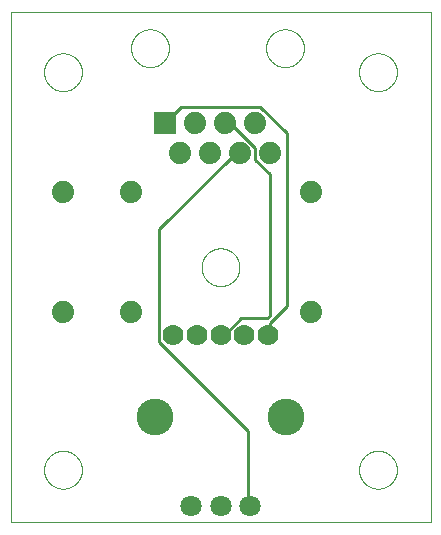
<source format=gbl>
G75*
%MOIN*%
%OFA0B0*%
%FSLAX25Y25*%
%IPPOS*%
%LPD*%
%AMOC8*
5,1,8,0,0,1.08239X$1,22.5*
%
%ADD10C,0.00000*%
%ADD11C,0.07400*%
%ADD12C,0.07087*%
%ADD13C,0.07000*%
%ADD14C,0.12268*%
%ADD15R,0.07400X0.07400*%
%ADD16C,0.01000*%
D10*
X0001000Y0001000D02*
X0001000Y0170961D01*
X0141000Y0171000D01*
X0141000Y0001000D01*
X0001000Y0001000D01*
X0012201Y0018500D02*
X0012203Y0018658D01*
X0012209Y0018816D01*
X0012219Y0018974D01*
X0012233Y0019132D01*
X0012251Y0019289D01*
X0012272Y0019446D01*
X0012298Y0019602D01*
X0012328Y0019758D01*
X0012361Y0019913D01*
X0012399Y0020066D01*
X0012440Y0020219D01*
X0012485Y0020371D01*
X0012534Y0020522D01*
X0012587Y0020671D01*
X0012643Y0020819D01*
X0012703Y0020965D01*
X0012767Y0021110D01*
X0012835Y0021253D01*
X0012906Y0021395D01*
X0012980Y0021535D01*
X0013058Y0021672D01*
X0013140Y0021808D01*
X0013224Y0021942D01*
X0013313Y0022073D01*
X0013404Y0022202D01*
X0013499Y0022329D01*
X0013596Y0022454D01*
X0013697Y0022576D01*
X0013801Y0022695D01*
X0013908Y0022812D01*
X0014018Y0022926D01*
X0014131Y0023037D01*
X0014246Y0023146D01*
X0014364Y0023251D01*
X0014485Y0023353D01*
X0014608Y0023453D01*
X0014734Y0023549D01*
X0014862Y0023642D01*
X0014992Y0023732D01*
X0015125Y0023818D01*
X0015260Y0023902D01*
X0015396Y0023981D01*
X0015535Y0024058D01*
X0015676Y0024130D01*
X0015818Y0024200D01*
X0015962Y0024265D01*
X0016108Y0024327D01*
X0016255Y0024385D01*
X0016404Y0024440D01*
X0016554Y0024491D01*
X0016705Y0024538D01*
X0016857Y0024581D01*
X0017010Y0024620D01*
X0017165Y0024656D01*
X0017320Y0024687D01*
X0017476Y0024715D01*
X0017632Y0024739D01*
X0017789Y0024759D01*
X0017947Y0024775D01*
X0018104Y0024787D01*
X0018263Y0024795D01*
X0018421Y0024799D01*
X0018579Y0024799D01*
X0018737Y0024795D01*
X0018896Y0024787D01*
X0019053Y0024775D01*
X0019211Y0024759D01*
X0019368Y0024739D01*
X0019524Y0024715D01*
X0019680Y0024687D01*
X0019835Y0024656D01*
X0019990Y0024620D01*
X0020143Y0024581D01*
X0020295Y0024538D01*
X0020446Y0024491D01*
X0020596Y0024440D01*
X0020745Y0024385D01*
X0020892Y0024327D01*
X0021038Y0024265D01*
X0021182Y0024200D01*
X0021324Y0024130D01*
X0021465Y0024058D01*
X0021604Y0023981D01*
X0021740Y0023902D01*
X0021875Y0023818D01*
X0022008Y0023732D01*
X0022138Y0023642D01*
X0022266Y0023549D01*
X0022392Y0023453D01*
X0022515Y0023353D01*
X0022636Y0023251D01*
X0022754Y0023146D01*
X0022869Y0023037D01*
X0022982Y0022926D01*
X0023092Y0022812D01*
X0023199Y0022695D01*
X0023303Y0022576D01*
X0023404Y0022454D01*
X0023501Y0022329D01*
X0023596Y0022202D01*
X0023687Y0022073D01*
X0023776Y0021942D01*
X0023860Y0021808D01*
X0023942Y0021672D01*
X0024020Y0021535D01*
X0024094Y0021395D01*
X0024165Y0021253D01*
X0024233Y0021110D01*
X0024297Y0020965D01*
X0024357Y0020819D01*
X0024413Y0020671D01*
X0024466Y0020522D01*
X0024515Y0020371D01*
X0024560Y0020219D01*
X0024601Y0020066D01*
X0024639Y0019913D01*
X0024672Y0019758D01*
X0024702Y0019602D01*
X0024728Y0019446D01*
X0024749Y0019289D01*
X0024767Y0019132D01*
X0024781Y0018974D01*
X0024791Y0018816D01*
X0024797Y0018658D01*
X0024799Y0018500D01*
X0024797Y0018342D01*
X0024791Y0018184D01*
X0024781Y0018026D01*
X0024767Y0017868D01*
X0024749Y0017711D01*
X0024728Y0017554D01*
X0024702Y0017398D01*
X0024672Y0017242D01*
X0024639Y0017087D01*
X0024601Y0016934D01*
X0024560Y0016781D01*
X0024515Y0016629D01*
X0024466Y0016478D01*
X0024413Y0016329D01*
X0024357Y0016181D01*
X0024297Y0016035D01*
X0024233Y0015890D01*
X0024165Y0015747D01*
X0024094Y0015605D01*
X0024020Y0015465D01*
X0023942Y0015328D01*
X0023860Y0015192D01*
X0023776Y0015058D01*
X0023687Y0014927D01*
X0023596Y0014798D01*
X0023501Y0014671D01*
X0023404Y0014546D01*
X0023303Y0014424D01*
X0023199Y0014305D01*
X0023092Y0014188D01*
X0022982Y0014074D01*
X0022869Y0013963D01*
X0022754Y0013854D01*
X0022636Y0013749D01*
X0022515Y0013647D01*
X0022392Y0013547D01*
X0022266Y0013451D01*
X0022138Y0013358D01*
X0022008Y0013268D01*
X0021875Y0013182D01*
X0021740Y0013098D01*
X0021604Y0013019D01*
X0021465Y0012942D01*
X0021324Y0012870D01*
X0021182Y0012800D01*
X0021038Y0012735D01*
X0020892Y0012673D01*
X0020745Y0012615D01*
X0020596Y0012560D01*
X0020446Y0012509D01*
X0020295Y0012462D01*
X0020143Y0012419D01*
X0019990Y0012380D01*
X0019835Y0012344D01*
X0019680Y0012313D01*
X0019524Y0012285D01*
X0019368Y0012261D01*
X0019211Y0012241D01*
X0019053Y0012225D01*
X0018896Y0012213D01*
X0018737Y0012205D01*
X0018579Y0012201D01*
X0018421Y0012201D01*
X0018263Y0012205D01*
X0018104Y0012213D01*
X0017947Y0012225D01*
X0017789Y0012241D01*
X0017632Y0012261D01*
X0017476Y0012285D01*
X0017320Y0012313D01*
X0017165Y0012344D01*
X0017010Y0012380D01*
X0016857Y0012419D01*
X0016705Y0012462D01*
X0016554Y0012509D01*
X0016404Y0012560D01*
X0016255Y0012615D01*
X0016108Y0012673D01*
X0015962Y0012735D01*
X0015818Y0012800D01*
X0015676Y0012870D01*
X0015535Y0012942D01*
X0015396Y0013019D01*
X0015260Y0013098D01*
X0015125Y0013182D01*
X0014992Y0013268D01*
X0014862Y0013358D01*
X0014734Y0013451D01*
X0014608Y0013547D01*
X0014485Y0013647D01*
X0014364Y0013749D01*
X0014246Y0013854D01*
X0014131Y0013963D01*
X0014018Y0014074D01*
X0013908Y0014188D01*
X0013801Y0014305D01*
X0013697Y0014424D01*
X0013596Y0014546D01*
X0013499Y0014671D01*
X0013404Y0014798D01*
X0013313Y0014927D01*
X0013224Y0015058D01*
X0013140Y0015192D01*
X0013058Y0015328D01*
X0012980Y0015465D01*
X0012906Y0015605D01*
X0012835Y0015747D01*
X0012767Y0015890D01*
X0012703Y0016035D01*
X0012643Y0016181D01*
X0012587Y0016329D01*
X0012534Y0016478D01*
X0012485Y0016629D01*
X0012440Y0016781D01*
X0012399Y0016934D01*
X0012361Y0017087D01*
X0012328Y0017242D01*
X0012298Y0017398D01*
X0012272Y0017554D01*
X0012251Y0017711D01*
X0012233Y0017868D01*
X0012219Y0018026D01*
X0012209Y0018184D01*
X0012203Y0018342D01*
X0012201Y0018500D01*
X0064701Y0086000D02*
X0064703Y0086158D01*
X0064709Y0086316D01*
X0064719Y0086474D01*
X0064733Y0086632D01*
X0064751Y0086789D01*
X0064772Y0086946D01*
X0064798Y0087102D01*
X0064828Y0087258D01*
X0064861Y0087413D01*
X0064899Y0087566D01*
X0064940Y0087719D01*
X0064985Y0087871D01*
X0065034Y0088022D01*
X0065087Y0088171D01*
X0065143Y0088319D01*
X0065203Y0088465D01*
X0065267Y0088610D01*
X0065335Y0088753D01*
X0065406Y0088895D01*
X0065480Y0089035D01*
X0065558Y0089172D01*
X0065640Y0089308D01*
X0065724Y0089442D01*
X0065813Y0089573D01*
X0065904Y0089702D01*
X0065999Y0089829D01*
X0066096Y0089954D01*
X0066197Y0090076D01*
X0066301Y0090195D01*
X0066408Y0090312D01*
X0066518Y0090426D01*
X0066631Y0090537D01*
X0066746Y0090646D01*
X0066864Y0090751D01*
X0066985Y0090853D01*
X0067108Y0090953D01*
X0067234Y0091049D01*
X0067362Y0091142D01*
X0067492Y0091232D01*
X0067625Y0091318D01*
X0067760Y0091402D01*
X0067896Y0091481D01*
X0068035Y0091558D01*
X0068176Y0091630D01*
X0068318Y0091700D01*
X0068462Y0091765D01*
X0068608Y0091827D01*
X0068755Y0091885D01*
X0068904Y0091940D01*
X0069054Y0091991D01*
X0069205Y0092038D01*
X0069357Y0092081D01*
X0069510Y0092120D01*
X0069665Y0092156D01*
X0069820Y0092187D01*
X0069976Y0092215D01*
X0070132Y0092239D01*
X0070289Y0092259D01*
X0070447Y0092275D01*
X0070604Y0092287D01*
X0070763Y0092295D01*
X0070921Y0092299D01*
X0071079Y0092299D01*
X0071237Y0092295D01*
X0071396Y0092287D01*
X0071553Y0092275D01*
X0071711Y0092259D01*
X0071868Y0092239D01*
X0072024Y0092215D01*
X0072180Y0092187D01*
X0072335Y0092156D01*
X0072490Y0092120D01*
X0072643Y0092081D01*
X0072795Y0092038D01*
X0072946Y0091991D01*
X0073096Y0091940D01*
X0073245Y0091885D01*
X0073392Y0091827D01*
X0073538Y0091765D01*
X0073682Y0091700D01*
X0073824Y0091630D01*
X0073965Y0091558D01*
X0074104Y0091481D01*
X0074240Y0091402D01*
X0074375Y0091318D01*
X0074508Y0091232D01*
X0074638Y0091142D01*
X0074766Y0091049D01*
X0074892Y0090953D01*
X0075015Y0090853D01*
X0075136Y0090751D01*
X0075254Y0090646D01*
X0075369Y0090537D01*
X0075482Y0090426D01*
X0075592Y0090312D01*
X0075699Y0090195D01*
X0075803Y0090076D01*
X0075904Y0089954D01*
X0076001Y0089829D01*
X0076096Y0089702D01*
X0076187Y0089573D01*
X0076276Y0089442D01*
X0076360Y0089308D01*
X0076442Y0089172D01*
X0076520Y0089035D01*
X0076594Y0088895D01*
X0076665Y0088753D01*
X0076733Y0088610D01*
X0076797Y0088465D01*
X0076857Y0088319D01*
X0076913Y0088171D01*
X0076966Y0088022D01*
X0077015Y0087871D01*
X0077060Y0087719D01*
X0077101Y0087566D01*
X0077139Y0087413D01*
X0077172Y0087258D01*
X0077202Y0087102D01*
X0077228Y0086946D01*
X0077249Y0086789D01*
X0077267Y0086632D01*
X0077281Y0086474D01*
X0077291Y0086316D01*
X0077297Y0086158D01*
X0077299Y0086000D01*
X0077297Y0085842D01*
X0077291Y0085684D01*
X0077281Y0085526D01*
X0077267Y0085368D01*
X0077249Y0085211D01*
X0077228Y0085054D01*
X0077202Y0084898D01*
X0077172Y0084742D01*
X0077139Y0084587D01*
X0077101Y0084434D01*
X0077060Y0084281D01*
X0077015Y0084129D01*
X0076966Y0083978D01*
X0076913Y0083829D01*
X0076857Y0083681D01*
X0076797Y0083535D01*
X0076733Y0083390D01*
X0076665Y0083247D01*
X0076594Y0083105D01*
X0076520Y0082965D01*
X0076442Y0082828D01*
X0076360Y0082692D01*
X0076276Y0082558D01*
X0076187Y0082427D01*
X0076096Y0082298D01*
X0076001Y0082171D01*
X0075904Y0082046D01*
X0075803Y0081924D01*
X0075699Y0081805D01*
X0075592Y0081688D01*
X0075482Y0081574D01*
X0075369Y0081463D01*
X0075254Y0081354D01*
X0075136Y0081249D01*
X0075015Y0081147D01*
X0074892Y0081047D01*
X0074766Y0080951D01*
X0074638Y0080858D01*
X0074508Y0080768D01*
X0074375Y0080682D01*
X0074240Y0080598D01*
X0074104Y0080519D01*
X0073965Y0080442D01*
X0073824Y0080370D01*
X0073682Y0080300D01*
X0073538Y0080235D01*
X0073392Y0080173D01*
X0073245Y0080115D01*
X0073096Y0080060D01*
X0072946Y0080009D01*
X0072795Y0079962D01*
X0072643Y0079919D01*
X0072490Y0079880D01*
X0072335Y0079844D01*
X0072180Y0079813D01*
X0072024Y0079785D01*
X0071868Y0079761D01*
X0071711Y0079741D01*
X0071553Y0079725D01*
X0071396Y0079713D01*
X0071237Y0079705D01*
X0071079Y0079701D01*
X0070921Y0079701D01*
X0070763Y0079705D01*
X0070604Y0079713D01*
X0070447Y0079725D01*
X0070289Y0079741D01*
X0070132Y0079761D01*
X0069976Y0079785D01*
X0069820Y0079813D01*
X0069665Y0079844D01*
X0069510Y0079880D01*
X0069357Y0079919D01*
X0069205Y0079962D01*
X0069054Y0080009D01*
X0068904Y0080060D01*
X0068755Y0080115D01*
X0068608Y0080173D01*
X0068462Y0080235D01*
X0068318Y0080300D01*
X0068176Y0080370D01*
X0068035Y0080442D01*
X0067896Y0080519D01*
X0067760Y0080598D01*
X0067625Y0080682D01*
X0067492Y0080768D01*
X0067362Y0080858D01*
X0067234Y0080951D01*
X0067108Y0081047D01*
X0066985Y0081147D01*
X0066864Y0081249D01*
X0066746Y0081354D01*
X0066631Y0081463D01*
X0066518Y0081574D01*
X0066408Y0081688D01*
X0066301Y0081805D01*
X0066197Y0081924D01*
X0066096Y0082046D01*
X0065999Y0082171D01*
X0065904Y0082298D01*
X0065813Y0082427D01*
X0065724Y0082558D01*
X0065640Y0082692D01*
X0065558Y0082828D01*
X0065480Y0082965D01*
X0065406Y0083105D01*
X0065335Y0083247D01*
X0065267Y0083390D01*
X0065203Y0083535D01*
X0065143Y0083681D01*
X0065087Y0083829D01*
X0065034Y0083978D01*
X0064985Y0084129D01*
X0064940Y0084281D01*
X0064899Y0084434D01*
X0064861Y0084587D01*
X0064828Y0084742D01*
X0064798Y0084898D01*
X0064772Y0085054D01*
X0064751Y0085211D01*
X0064733Y0085368D01*
X0064719Y0085526D01*
X0064709Y0085684D01*
X0064703Y0085842D01*
X0064701Y0086000D01*
X0012201Y0151000D02*
X0012203Y0151158D01*
X0012209Y0151316D01*
X0012219Y0151474D01*
X0012233Y0151632D01*
X0012251Y0151789D01*
X0012272Y0151946D01*
X0012298Y0152102D01*
X0012328Y0152258D01*
X0012361Y0152413D01*
X0012399Y0152566D01*
X0012440Y0152719D01*
X0012485Y0152871D01*
X0012534Y0153022D01*
X0012587Y0153171D01*
X0012643Y0153319D01*
X0012703Y0153465D01*
X0012767Y0153610D01*
X0012835Y0153753D01*
X0012906Y0153895D01*
X0012980Y0154035D01*
X0013058Y0154172D01*
X0013140Y0154308D01*
X0013224Y0154442D01*
X0013313Y0154573D01*
X0013404Y0154702D01*
X0013499Y0154829D01*
X0013596Y0154954D01*
X0013697Y0155076D01*
X0013801Y0155195D01*
X0013908Y0155312D01*
X0014018Y0155426D01*
X0014131Y0155537D01*
X0014246Y0155646D01*
X0014364Y0155751D01*
X0014485Y0155853D01*
X0014608Y0155953D01*
X0014734Y0156049D01*
X0014862Y0156142D01*
X0014992Y0156232D01*
X0015125Y0156318D01*
X0015260Y0156402D01*
X0015396Y0156481D01*
X0015535Y0156558D01*
X0015676Y0156630D01*
X0015818Y0156700D01*
X0015962Y0156765D01*
X0016108Y0156827D01*
X0016255Y0156885D01*
X0016404Y0156940D01*
X0016554Y0156991D01*
X0016705Y0157038D01*
X0016857Y0157081D01*
X0017010Y0157120D01*
X0017165Y0157156D01*
X0017320Y0157187D01*
X0017476Y0157215D01*
X0017632Y0157239D01*
X0017789Y0157259D01*
X0017947Y0157275D01*
X0018104Y0157287D01*
X0018263Y0157295D01*
X0018421Y0157299D01*
X0018579Y0157299D01*
X0018737Y0157295D01*
X0018896Y0157287D01*
X0019053Y0157275D01*
X0019211Y0157259D01*
X0019368Y0157239D01*
X0019524Y0157215D01*
X0019680Y0157187D01*
X0019835Y0157156D01*
X0019990Y0157120D01*
X0020143Y0157081D01*
X0020295Y0157038D01*
X0020446Y0156991D01*
X0020596Y0156940D01*
X0020745Y0156885D01*
X0020892Y0156827D01*
X0021038Y0156765D01*
X0021182Y0156700D01*
X0021324Y0156630D01*
X0021465Y0156558D01*
X0021604Y0156481D01*
X0021740Y0156402D01*
X0021875Y0156318D01*
X0022008Y0156232D01*
X0022138Y0156142D01*
X0022266Y0156049D01*
X0022392Y0155953D01*
X0022515Y0155853D01*
X0022636Y0155751D01*
X0022754Y0155646D01*
X0022869Y0155537D01*
X0022982Y0155426D01*
X0023092Y0155312D01*
X0023199Y0155195D01*
X0023303Y0155076D01*
X0023404Y0154954D01*
X0023501Y0154829D01*
X0023596Y0154702D01*
X0023687Y0154573D01*
X0023776Y0154442D01*
X0023860Y0154308D01*
X0023942Y0154172D01*
X0024020Y0154035D01*
X0024094Y0153895D01*
X0024165Y0153753D01*
X0024233Y0153610D01*
X0024297Y0153465D01*
X0024357Y0153319D01*
X0024413Y0153171D01*
X0024466Y0153022D01*
X0024515Y0152871D01*
X0024560Y0152719D01*
X0024601Y0152566D01*
X0024639Y0152413D01*
X0024672Y0152258D01*
X0024702Y0152102D01*
X0024728Y0151946D01*
X0024749Y0151789D01*
X0024767Y0151632D01*
X0024781Y0151474D01*
X0024791Y0151316D01*
X0024797Y0151158D01*
X0024799Y0151000D01*
X0024797Y0150842D01*
X0024791Y0150684D01*
X0024781Y0150526D01*
X0024767Y0150368D01*
X0024749Y0150211D01*
X0024728Y0150054D01*
X0024702Y0149898D01*
X0024672Y0149742D01*
X0024639Y0149587D01*
X0024601Y0149434D01*
X0024560Y0149281D01*
X0024515Y0149129D01*
X0024466Y0148978D01*
X0024413Y0148829D01*
X0024357Y0148681D01*
X0024297Y0148535D01*
X0024233Y0148390D01*
X0024165Y0148247D01*
X0024094Y0148105D01*
X0024020Y0147965D01*
X0023942Y0147828D01*
X0023860Y0147692D01*
X0023776Y0147558D01*
X0023687Y0147427D01*
X0023596Y0147298D01*
X0023501Y0147171D01*
X0023404Y0147046D01*
X0023303Y0146924D01*
X0023199Y0146805D01*
X0023092Y0146688D01*
X0022982Y0146574D01*
X0022869Y0146463D01*
X0022754Y0146354D01*
X0022636Y0146249D01*
X0022515Y0146147D01*
X0022392Y0146047D01*
X0022266Y0145951D01*
X0022138Y0145858D01*
X0022008Y0145768D01*
X0021875Y0145682D01*
X0021740Y0145598D01*
X0021604Y0145519D01*
X0021465Y0145442D01*
X0021324Y0145370D01*
X0021182Y0145300D01*
X0021038Y0145235D01*
X0020892Y0145173D01*
X0020745Y0145115D01*
X0020596Y0145060D01*
X0020446Y0145009D01*
X0020295Y0144962D01*
X0020143Y0144919D01*
X0019990Y0144880D01*
X0019835Y0144844D01*
X0019680Y0144813D01*
X0019524Y0144785D01*
X0019368Y0144761D01*
X0019211Y0144741D01*
X0019053Y0144725D01*
X0018896Y0144713D01*
X0018737Y0144705D01*
X0018579Y0144701D01*
X0018421Y0144701D01*
X0018263Y0144705D01*
X0018104Y0144713D01*
X0017947Y0144725D01*
X0017789Y0144741D01*
X0017632Y0144761D01*
X0017476Y0144785D01*
X0017320Y0144813D01*
X0017165Y0144844D01*
X0017010Y0144880D01*
X0016857Y0144919D01*
X0016705Y0144962D01*
X0016554Y0145009D01*
X0016404Y0145060D01*
X0016255Y0145115D01*
X0016108Y0145173D01*
X0015962Y0145235D01*
X0015818Y0145300D01*
X0015676Y0145370D01*
X0015535Y0145442D01*
X0015396Y0145519D01*
X0015260Y0145598D01*
X0015125Y0145682D01*
X0014992Y0145768D01*
X0014862Y0145858D01*
X0014734Y0145951D01*
X0014608Y0146047D01*
X0014485Y0146147D01*
X0014364Y0146249D01*
X0014246Y0146354D01*
X0014131Y0146463D01*
X0014018Y0146574D01*
X0013908Y0146688D01*
X0013801Y0146805D01*
X0013697Y0146924D01*
X0013596Y0147046D01*
X0013499Y0147171D01*
X0013404Y0147298D01*
X0013313Y0147427D01*
X0013224Y0147558D01*
X0013140Y0147692D01*
X0013058Y0147828D01*
X0012980Y0147965D01*
X0012906Y0148105D01*
X0012835Y0148247D01*
X0012767Y0148390D01*
X0012703Y0148535D01*
X0012643Y0148681D01*
X0012587Y0148829D01*
X0012534Y0148978D01*
X0012485Y0149129D01*
X0012440Y0149281D01*
X0012399Y0149434D01*
X0012361Y0149587D01*
X0012328Y0149742D01*
X0012298Y0149898D01*
X0012272Y0150054D01*
X0012251Y0150211D01*
X0012233Y0150368D01*
X0012219Y0150526D01*
X0012209Y0150684D01*
X0012203Y0150842D01*
X0012201Y0151000D01*
X0041201Y0159000D02*
X0041203Y0159158D01*
X0041209Y0159316D01*
X0041219Y0159474D01*
X0041233Y0159632D01*
X0041251Y0159789D01*
X0041272Y0159946D01*
X0041298Y0160102D01*
X0041328Y0160258D01*
X0041361Y0160413D01*
X0041399Y0160566D01*
X0041440Y0160719D01*
X0041485Y0160871D01*
X0041534Y0161022D01*
X0041587Y0161171D01*
X0041643Y0161319D01*
X0041703Y0161465D01*
X0041767Y0161610D01*
X0041835Y0161753D01*
X0041906Y0161895D01*
X0041980Y0162035D01*
X0042058Y0162172D01*
X0042140Y0162308D01*
X0042224Y0162442D01*
X0042313Y0162573D01*
X0042404Y0162702D01*
X0042499Y0162829D01*
X0042596Y0162954D01*
X0042697Y0163076D01*
X0042801Y0163195D01*
X0042908Y0163312D01*
X0043018Y0163426D01*
X0043131Y0163537D01*
X0043246Y0163646D01*
X0043364Y0163751D01*
X0043485Y0163853D01*
X0043608Y0163953D01*
X0043734Y0164049D01*
X0043862Y0164142D01*
X0043992Y0164232D01*
X0044125Y0164318D01*
X0044260Y0164402D01*
X0044396Y0164481D01*
X0044535Y0164558D01*
X0044676Y0164630D01*
X0044818Y0164700D01*
X0044962Y0164765D01*
X0045108Y0164827D01*
X0045255Y0164885D01*
X0045404Y0164940D01*
X0045554Y0164991D01*
X0045705Y0165038D01*
X0045857Y0165081D01*
X0046010Y0165120D01*
X0046165Y0165156D01*
X0046320Y0165187D01*
X0046476Y0165215D01*
X0046632Y0165239D01*
X0046789Y0165259D01*
X0046947Y0165275D01*
X0047104Y0165287D01*
X0047263Y0165295D01*
X0047421Y0165299D01*
X0047579Y0165299D01*
X0047737Y0165295D01*
X0047896Y0165287D01*
X0048053Y0165275D01*
X0048211Y0165259D01*
X0048368Y0165239D01*
X0048524Y0165215D01*
X0048680Y0165187D01*
X0048835Y0165156D01*
X0048990Y0165120D01*
X0049143Y0165081D01*
X0049295Y0165038D01*
X0049446Y0164991D01*
X0049596Y0164940D01*
X0049745Y0164885D01*
X0049892Y0164827D01*
X0050038Y0164765D01*
X0050182Y0164700D01*
X0050324Y0164630D01*
X0050465Y0164558D01*
X0050604Y0164481D01*
X0050740Y0164402D01*
X0050875Y0164318D01*
X0051008Y0164232D01*
X0051138Y0164142D01*
X0051266Y0164049D01*
X0051392Y0163953D01*
X0051515Y0163853D01*
X0051636Y0163751D01*
X0051754Y0163646D01*
X0051869Y0163537D01*
X0051982Y0163426D01*
X0052092Y0163312D01*
X0052199Y0163195D01*
X0052303Y0163076D01*
X0052404Y0162954D01*
X0052501Y0162829D01*
X0052596Y0162702D01*
X0052687Y0162573D01*
X0052776Y0162442D01*
X0052860Y0162308D01*
X0052942Y0162172D01*
X0053020Y0162035D01*
X0053094Y0161895D01*
X0053165Y0161753D01*
X0053233Y0161610D01*
X0053297Y0161465D01*
X0053357Y0161319D01*
X0053413Y0161171D01*
X0053466Y0161022D01*
X0053515Y0160871D01*
X0053560Y0160719D01*
X0053601Y0160566D01*
X0053639Y0160413D01*
X0053672Y0160258D01*
X0053702Y0160102D01*
X0053728Y0159946D01*
X0053749Y0159789D01*
X0053767Y0159632D01*
X0053781Y0159474D01*
X0053791Y0159316D01*
X0053797Y0159158D01*
X0053799Y0159000D01*
X0053797Y0158842D01*
X0053791Y0158684D01*
X0053781Y0158526D01*
X0053767Y0158368D01*
X0053749Y0158211D01*
X0053728Y0158054D01*
X0053702Y0157898D01*
X0053672Y0157742D01*
X0053639Y0157587D01*
X0053601Y0157434D01*
X0053560Y0157281D01*
X0053515Y0157129D01*
X0053466Y0156978D01*
X0053413Y0156829D01*
X0053357Y0156681D01*
X0053297Y0156535D01*
X0053233Y0156390D01*
X0053165Y0156247D01*
X0053094Y0156105D01*
X0053020Y0155965D01*
X0052942Y0155828D01*
X0052860Y0155692D01*
X0052776Y0155558D01*
X0052687Y0155427D01*
X0052596Y0155298D01*
X0052501Y0155171D01*
X0052404Y0155046D01*
X0052303Y0154924D01*
X0052199Y0154805D01*
X0052092Y0154688D01*
X0051982Y0154574D01*
X0051869Y0154463D01*
X0051754Y0154354D01*
X0051636Y0154249D01*
X0051515Y0154147D01*
X0051392Y0154047D01*
X0051266Y0153951D01*
X0051138Y0153858D01*
X0051008Y0153768D01*
X0050875Y0153682D01*
X0050740Y0153598D01*
X0050604Y0153519D01*
X0050465Y0153442D01*
X0050324Y0153370D01*
X0050182Y0153300D01*
X0050038Y0153235D01*
X0049892Y0153173D01*
X0049745Y0153115D01*
X0049596Y0153060D01*
X0049446Y0153009D01*
X0049295Y0152962D01*
X0049143Y0152919D01*
X0048990Y0152880D01*
X0048835Y0152844D01*
X0048680Y0152813D01*
X0048524Y0152785D01*
X0048368Y0152761D01*
X0048211Y0152741D01*
X0048053Y0152725D01*
X0047896Y0152713D01*
X0047737Y0152705D01*
X0047579Y0152701D01*
X0047421Y0152701D01*
X0047263Y0152705D01*
X0047104Y0152713D01*
X0046947Y0152725D01*
X0046789Y0152741D01*
X0046632Y0152761D01*
X0046476Y0152785D01*
X0046320Y0152813D01*
X0046165Y0152844D01*
X0046010Y0152880D01*
X0045857Y0152919D01*
X0045705Y0152962D01*
X0045554Y0153009D01*
X0045404Y0153060D01*
X0045255Y0153115D01*
X0045108Y0153173D01*
X0044962Y0153235D01*
X0044818Y0153300D01*
X0044676Y0153370D01*
X0044535Y0153442D01*
X0044396Y0153519D01*
X0044260Y0153598D01*
X0044125Y0153682D01*
X0043992Y0153768D01*
X0043862Y0153858D01*
X0043734Y0153951D01*
X0043608Y0154047D01*
X0043485Y0154147D01*
X0043364Y0154249D01*
X0043246Y0154354D01*
X0043131Y0154463D01*
X0043018Y0154574D01*
X0042908Y0154688D01*
X0042801Y0154805D01*
X0042697Y0154924D01*
X0042596Y0155046D01*
X0042499Y0155171D01*
X0042404Y0155298D01*
X0042313Y0155427D01*
X0042224Y0155558D01*
X0042140Y0155692D01*
X0042058Y0155828D01*
X0041980Y0155965D01*
X0041906Y0156105D01*
X0041835Y0156247D01*
X0041767Y0156390D01*
X0041703Y0156535D01*
X0041643Y0156681D01*
X0041587Y0156829D01*
X0041534Y0156978D01*
X0041485Y0157129D01*
X0041440Y0157281D01*
X0041399Y0157434D01*
X0041361Y0157587D01*
X0041328Y0157742D01*
X0041298Y0157898D01*
X0041272Y0158054D01*
X0041251Y0158211D01*
X0041233Y0158368D01*
X0041219Y0158526D01*
X0041209Y0158684D01*
X0041203Y0158842D01*
X0041201Y0159000D01*
X0086201Y0159000D02*
X0086203Y0159158D01*
X0086209Y0159316D01*
X0086219Y0159474D01*
X0086233Y0159632D01*
X0086251Y0159789D01*
X0086272Y0159946D01*
X0086298Y0160102D01*
X0086328Y0160258D01*
X0086361Y0160413D01*
X0086399Y0160566D01*
X0086440Y0160719D01*
X0086485Y0160871D01*
X0086534Y0161022D01*
X0086587Y0161171D01*
X0086643Y0161319D01*
X0086703Y0161465D01*
X0086767Y0161610D01*
X0086835Y0161753D01*
X0086906Y0161895D01*
X0086980Y0162035D01*
X0087058Y0162172D01*
X0087140Y0162308D01*
X0087224Y0162442D01*
X0087313Y0162573D01*
X0087404Y0162702D01*
X0087499Y0162829D01*
X0087596Y0162954D01*
X0087697Y0163076D01*
X0087801Y0163195D01*
X0087908Y0163312D01*
X0088018Y0163426D01*
X0088131Y0163537D01*
X0088246Y0163646D01*
X0088364Y0163751D01*
X0088485Y0163853D01*
X0088608Y0163953D01*
X0088734Y0164049D01*
X0088862Y0164142D01*
X0088992Y0164232D01*
X0089125Y0164318D01*
X0089260Y0164402D01*
X0089396Y0164481D01*
X0089535Y0164558D01*
X0089676Y0164630D01*
X0089818Y0164700D01*
X0089962Y0164765D01*
X0090108Y0164827D01*
X0090255Y0164885D01*
X0090404Y0164940D01*
X0090554Y0164991D01*
X0090705Y0165038D01*
X0090857Y0165081D01*
X0091010Y0165120D01*
X0091165Y0165156D01*
X0091320Y0165187D01*
X0091476Y0165215D01*
X0091632Y0165239D01*
X0091789Y0165259D01*
X0091947Y0165275D01*
X0092104Y0165287D01*
X0092263Y0165295D01*
X0092421Y0165299D01*
X0092579Y0165299D01*
X0092737Y0165295D01*
X0092896Y0165287D01*
X0093053Y0165275D01*
X0093211Y0165259D01*
X0093368Y0165239D01*
X0093524Y0165215D01*
X0093680Y0165187D01*
X0093835Y0165156D01*
X0093990Y0165120D01*
X0094143Y0165081D01*
X0094295Y0165038D01*
X0094446Y0164991D01*
X0094596Y0164940D01*
X0094745Y0164885D01*
X0094892Y0164827D01*
X0095038Y0164765D01*
X0095182Y0164700D01*
X0095324Y0164630D01*
X0095465Y0164558D01*
X0095604Y0164481D01*
X0095740Y0164402D01*
X0095875Y0164318D01*
X0096008Y0164232D01*
X0096138Y0164142D01*
X0096266Y0164049D01*
X0096392Y0163953D01*
X0096515Y0163853D01*
X0096636Y0163751D01*
X0096754Y0163646D01*
X0096869Y0163537D01*
X0096982Y0163426D01*
X0097092Y0163312D01*
X0097199Y0163195D01*
X0097303Y0163076D01*
X0097404Y0162954D01*
X0097501Y0162829D01*
X0097596Y0162702D01*
X0097687Y0162573D01*
X0097776Y0162442D01*
X0097860Y0162308D01*
X0097942Y0162172D01*
X0098020Y0162035D01*
X0098094Y0161895D01*
X0098165Y0161753D01*
X0098233Y0161610D01*
X0098297Y0161465D01*
X0098357Y0161319D01*
X0098413Y0161171D01*
X0098466Y0161022D01*
X0098515Y0160871D01*
X0098560Y0160719D01*
X0098601Y0160566D01*
X0098639Y0160413D01*
X0098672Y0160258D01*
X0098702Y0160102D01*
X0098728Y0159946D01*
X0098749Y0159789D01*
X0098767Y0159632D01*
X0098781Y0159474D01*
X0098791Y0159316D01*
X0098797Y0159158D01*
X0098799Y0159000D01*
X0098797Y0158842D01*
X0098791Y0158684D01*
X0098781Y0158526D01*
X0098767Y0158368D01*
X0098749Y0158211D01*
X0098728Y0158054D01*
X0098702Y0157898D01*
X0098672Y0157742D01*
X0098639Y0157587D01*
X0098601Y0157434D01*
X0098560Y0157281D01*
X0098515Y0157129D01*
X0098466Y0156978D01*
X0098413Y0156829D01*
X0098357Y0156681D01*
X0098297Y0156535D01*
X0098233Y0156390D01*
X0098165Y0156247D01*
X0098094Y0156105D01*
X0098020Y0155965D01*
X0097942Y0155828D01*
X0097860Y0155692D01*
X0097776Y0155558D01*
X0097687Y0155427D01*
X0097596Y0155298D01*
X0097501Y0155171D01*
X0097404Y0155046D01*
X0097303Y0154924D01*
X0097199Y0154805D01*
X0097092Y0154688D01*
X0096982Y0154574D01*
X0096869Y0154463D01*
X0096754Y0154354D01*
X0096636Y0154249D01*
X0096515Y0154147D01*
X0096392Y0154047D01*
X0096266Y0153951D01*
X0096138Y0153858D01*
X0096008Y0153768D01*
X0095875Y0153682D01*
X0095740Y0153598D01*
X0095604Y0153519D01*
X0095465Y0153442D01*
X0095324Y0153370D01*
X0095182Y0153300D01*
X0095038Y0153235D01*
X0094892Y0153173D01*
X0094745Y0153115D01*
X0094596Y0153060D01*
X0094446Y0153009D01*
X0094295Y0152962D01*
X0094143Y0152919D01*
X0093990Y0152880D01*
X0093835Y0152844D01*
X0093680Y0152813D01*
X0093524Y0152785D01*
X0093368Y0152761D01*
X0093211Y0152741D01*
X0093053Y0152725D01*
X0092896Y0152713D01*
X0092737Y0152705D01*
X0092579Y0152701D01*
X0092421Y0152701D01*
X0092263Y0152705D01*
X0092104Y0152713D01*
X0091947Y0152725D01*
X0091789Y0152741D01*
X0091632Y0152761D01*
X0091476Y0152785D01*
X0091320Y0152813D01*
X0091165Y0152844D01*
X0091010Y0152880D01*
X0090857Y0152919D01*
X0090705Y0152962D01*
X0090554Y0153009D01*
X0090404Y0153060D01*
X0090255Y0153115D01*
X0090108Y0153173D01*
X0089962Y0153235D01*
X0089818Y0153300D01*
X0089676Y0153370D01*
X0089535Y0153442D01*
X0089396Y0153519D01*
X0089260Y0153598D01*
X0089125Y0153682D01*
X0088992Y0153768D01*
X0088862Y0153858D01*
X0088734Y0153951D01*
X0088608Y0154047D01*
X0088485Y0154147D01*
X0088364Y0154249D01*
X0088246Y0154354D01*
X0088131Y0154463D01*
X0088018Y0154574D01*
X0087908Y0154688D01*
X0087801Y0154805D01*
X0087697Y0154924D01*
X0087596Y0155046D01*
X0087499Y0155171D01*
X0087404Y0155298D01*
X0087313Y0155427D01*
X0087224Y0155558D01*
X0087140Y0155692D01*
X0087058Y0155828D01*
X0086980Y0155965D01*
X0086906Y0156105D01*
X0086835Y0156247D01*
X0086767Y0156390D01*
X0086703Y0156535D01*
X0086643Y0156681D01*
X0086587Y0156829D01*
X0086534Y0156978D01*
X0086485Y0157129D01*
X0086440Y0157281D01*
X0086399Y0157434D01*
X0086361Y0157587D01*
X0086328Y0157742D01*
X0086298Y0157898D01*
X0086272Y0158054D01*
X0086251Y0158211D01*
X0086233Y0158368D01*
X0086219Y0158526D01*
X0086209Y0158684D01*
X0086203Y0158842D01*
X0086201Y0159000D01*
X0117201Y0151000D02*
X0117203Y0151158D01*
X0117209Y0151316D01*
X0117219Y0151474D01*
X0117233Y0151632D01*
X0117251Y0151789D01*
X0117272Y0151946D01*
X0117298Y0152102D01*
X0117328Y0152258D01*
X0117361Y0152413D01*
X0117399Y0152566D01*
X0117440Y0152719D01*
X0117485Y0152871D01*
X0117534Y0153022D01*
X0117587Y0153171D01*
X0117643Y0153319D01*
X0117703Y0153465D01*
X0117767Y0153610D01*
X0117835Y0153753D01*
X0117906Y0153895D01*
X0117980Y0154035D01*
X0118058Y0154172D01*
X0118140Y0154308D01*
X0118224Y0154442D01*
X0118313Y0154573D01*
X0118404Y0154702D01*
X0118499Y0154829D01*
X0118596Y0154954D01*
X0118697Y0155076D01*
X0118801Y0155195D01*
X0118908Y0155312D01*
X0119018Y0155426D01*
X0119131Y0155537D01*
X0119246Y0155646D01*
X0119364Y0155751D01*
X0119485Y0155853D01*
X0119608Y0155953D01*
X0119734Y0156049D01*
X0119862Y0156142D01*
X0119992Y0156232D01*
X0120125Y0156318D01*
X0120260Y0156402D01*
X0120396Y0156481D01*
X0120535Y0156558D01*
X0120676Y0156630D01*
X0120818Y0156700D01*
X0120962Y0156765D01*
X0121108Y0156827D01*
X0121255Y0156885D01*
X0121404Y0156940D01*
X0121554Y0156991D01*
X0121705Y0157038D01*
X0121857Y0157081D01*
X0122010Y0157120D01*
X0122165Y0157156D01*
X0122320Y0157187D01*
X0122476Y0157215D01*
X0122632Y0157239D01*
X0122789Y0157259D01*
X0122947Y0157275D01*
X0123104Y0157287D01*
X0123263Y0157295D01*
X0123421Y0157299D01*
X0123579Y0157299D01*
X0123737Y0157295D01*
X0123896Y0157287D01*
X0124053Y0157275D01*
X0124211Y0157259D01*
X0124368Y0157239D01*
X0124524Y0157215D01*
X0124680Y0157187D01*
X0124835Y0157156D01*
X0124990Y0157120D01*
X0125143Y0157081D01*
X0125295Y0157038D01*
X0125446Y0156991D01*
X0125596Y0156940D01*
X0125745Y0156885D01*
X0125892Y0156827D01*
X0126038Y0156765D01*
X0126182Y0156700D01*
X0126324Y0156630D01*
X0126465Y0156558D01*
X0126604Y0156481D01*
X0126740Y0156402D01*
X0126875Y0156318D01*
X0127008Y0156232D01*
X0127138Y0156142D01*
X0127266Y0156049D01*
X0127392Y0155953D01*
X0127515Y0155853D01*
X0127636Y0155751D01*
X0127754Y0155646D01*
X0127869Y0155537D01*
X0127982Y0155426D01*
X0128092Y0155312D01*
X0128199Y0155195D01*
X0128303Y0155076D01*
X0128404Y0154954D01*
X0128501Y0154829D01*
X0128596Y0154702D01*
X0128687Y0154573D01*
X0128776Y0154442D01*
X0128860Y0154308D01*
X0128942Y0154172D01*
X0129020Y0154035D01*
X0129094Y0153895D01*
X0129165Y0153753D01*
X0129233Y0153610D01*
X0129297Y0153465D01*
X0129357Y0153319D01*
X0129413Y0153171D01*
X0129466Y0153022D01*
X0129515Y0152871D01*
X0129560Y0152719D01*
X0129601Y0152566D01*
X0129639Y0152413D01*
X0129672Y0152258D01*
X0129702Y0152102D01*
X0129728Y0151946D01*
X0129749Y0151789D01*
X0129767Y0151632D01*
X0129781Y0151474D01*
X0129791Y0151316D01*
X0129797Y0151158D01*
X0129799Y0151000D01*
X0129797Y0150842D01*
X0129791Y0150684D01*
X0129781Y0150526D01*
X0129767Y0150368D01*
X0129749Y0150211D01*
X0129728Y0150054D01*
X0129702Y0149898D01*
X0129672Y0149742D01*
X0129639Y0149587D01*
X0129601Y0149434D01*
X0129560Y0149281D01*
X0129515Y0149129D01*
X0129466Y0148978D01*
X0129413Y0148829D01*
X0129357Y0148681D01*
X0129297Y0148535D01*
X0129233Y0148390D01*
X0129165Y0148247D01*
X0129094Y0148105D01*
X0129020Y0147965D01*
X0128942Y0147828D01*
X0128860Y0147692D01*
X0128776Y0147558D01*
X0128687Y0147427D01*
X0128596Y0147298D01*
X0128501Y0147171D01*
X0128404Y0147046D01*
X0128303Y0146924D01*
X0128199Y0146805D01*
X0128092Y0146688D01*
X0127982Y0146574D01*
X0127869Y0146463D01*
X0127754Y0146354D01*
X0127636Y0146249D01*
X0127515Y0146147D01*
X0127392Y0146047D01*
X0127266Y0145951D01*
X0127138Y0145858D01*
X0127008Y0145768D01*
X0126875Y0145682D01*
X0126740Y0145598D01*
X0126604Y0145519D01*
X0126465Y0145442D01*
X0126324Y0145370D01*
X0126182Y0145300D01*
X0126038Y0145235D01*
X0125892Y0145173D01*
X0125745Y0145115D01*
X0125596Y0145060D01*
X0125446Y0145009D01*
X0125295Y0144962D01*
X0125143Y0144919D01*
X0124990Y0144880D01*
X0124835Y0144844D01*
X0124680Y0144813D01*
X0124524Y0144785D01*
X0124368Y0144761D01*
X0124211Y0144741D01*
X0124053Y0144725D01*
X0123896Y0144713D01*
X0123737Y0144705D01*
X0123579Y0144701D01*
X0123421Y0144701D01*
X0123263Y0144705D01*
X0123104Y0144713D01*
X0122947Y0144725D01*
X0122789Y0144741D01*
X0122632Y0144761D01*
X0122476Y0144785D01*
X0122320Y0144813D01*
X0122165Y0144844D01*
X0122010Y0144880D01*
X0121857Y0144919D01*
X0121705Y0144962D01*
X0121554Y0145009D01*
X0121404Y0145060D01*
X0121255Y0145115D01*
X0121108Y0145173D01*
X0120962Y0145235D01*
X0120818Y0145300D01*
X0120676Y0145370D01*
X0120535Y0145442D01*
X0120396Y0145519D01*
X0120260Y0145598D01*
X0120125Y0145682D01*
X0119992Y0145768D01*
X0119862Y0145858D01*
X0119734Y0145951D01*
X0119608Y0146047D01*
X0119485Y0146147D01*
X0119364Y0146249D01*
X0119246Y0146354D01*
X0119131Y0146463D01*
X0119018Y0146574D01*
X0118908Y0146688D01*
X0118801Y0146805D01*
X0118697Y0146924D01*
X0118596Y0147046D01*
X0118499Y0147171D01*
X0118404Y0147298D01*
X0118313Y0147427D01*
X0118224Y0147558D01*
X0118140Y0147692D01*
X0118058Y0147828D01*
X0117980Y0147965D01*
X0117906Y0148105D01*
X0117835Y0148247D01*
X0117767Y0148390D01*
X0117703Y0148535D01*
X0117643Y0148681D01*
X0117587Y0148829D01*
X0117534Y0148978D01*
X0117485Y0149129D01*
X0117440Y0149281D01*
X0117399Y0149434D01*
X0117361Y0149587D01*
X0117328Y0149742D01*
X0117298Y0149898D01*
X0117272Y0150054D01*
X0117251Y0150211D01*
X0117233Y0150368D01*
X0117219Y0150526D01*
X0117209Y0150684D01*
X0117203Y0150842D01*
X0117201Y0151000D01*
X0117201Y0018500D02*
X0117203Y0018658D01*
X0117209Y0018816D01*
X0117219Y0018974D01*
X0117233Y0019132D01*
X0117251Y0019289D01*
X0117272Y0019446D01*
X0117298Y0019602D01*
X0117328Y0019758D01*
X0117361Y0019913D01*
X0117399Y0020066D01*
X0117440Y0020219D01*
X0117485Y0020371D01*
X0117534Y0020522D01*
X0117587Y0020671D01*
X0117643Y0020819D01*
X0117703Y0020965D01*
X0117767Y0021110D01*
X0117835Y0021253D01*
X0117906Y0021395D01*
X0117980Y0021535D01*
X0118058Y0021672D01*
X0118140Y0021808D01*
X0118224Y0021942D01*
X0118313Y0022073D01*
X0118404Y0022202D01*
X0118499Y0022329D01*
X0118596Y0022454D01*
X0118697Y0022576D01*
X0118801Y0022695D01*
X0118908Y0022812D01*
X0119018Y0022926D01*
X0119131Y0023037D01*
X0119246Y0023146D01*
X0119364Y0023251D01*
X0119485Y0023353D01*
X0119608Y0023453D01*
X0119734Y0023549D01*
X0119862Y0023642D01*
X0119992Y0023732D01*
X0120125Y0023818D01*
X0120260Y0023902D01*
X0120396Y0023981D01*
X0120535Y0024058D01*
X0120676Y0024130D01*
X0120818Y0024200D01*
X0120962Y0024265D01*
X0121108Y0024327D01*
X0121255Y0024385D01*
X0121404Y0024440D01*
X0121554Y0024491D01*
X0121705Y0024538D01*
X0121857Y0024581D01*
X0122010Y0024620D01*
X0122165Y0024656D01*
X0122320Y0024687D01*
X0122476Y0024715D01*
X0122632Y0024739D01*
X0122789Y0024759D01*
X0122947Y0024775D01*
X0123104Y0024787D01*
X0123263Y0024795D01*
X0123421Y0024799D01*
X0123579Y0024799D01*
X0123737Y0024795D01*
X0123896Y0024787D01*
X0124053Y0024775D01*
X0124211Y0024759D01*
X0124368Y0024739D01*
X0124524Y0024715D01*
X0124680Y0024687D01*
X0124835Y0024656D01*
X0124990Y0024620D01*
X0125143Y0024581D01*
X0125295Y0024538D01*
X0125446Y0024491D01*
X0125596Y0024440D01*
X0125745Y0024385D01*
X0125892Y0024327D01*
X0126038Y0024265D01*
X0126182Y0024200D01*
X0126324Y0024130D01*
X0126465Y0024058D01*
X0126604Y0023981D01*
X0126740Y0023902D01*
X0126875Y0023818D01*
X0127008Y0023732D01*
X0127138Y0023642D01*
X0127266Y0023549D01*
X0127392Y0023453D01*
X0127515Y0023353D01*
X0127636Y0023251D01*
X0127754Y0023146D01*
X0127869Y0023037D01*
X0127982Y0022926D01*
X0128092Y0022812D01*
X0128199Y0022695D01*
X0128303Y0022576D01*
X0128404Y0022454D01*
X0128501Y0022329D01*
X0128596Y0022202D01*
X0128687Y0022073D01*
X0128776Y0021942D01*
X0128860Y0021808D01*
X0128942Y0021672D01*
X0129020Y0021535D01*
X0129094Y0021395D01*
X0129165Y0021253D01*
X0129233Y0021110D01*
X0129297Y0020965D01*
X0129357Y0020819D01*
X0129413Y0020671D01*
X0129466Y0020522D01*
X0129515Y0020371D01*
X0129560Y0020219D01*
X0129601Y0020066D01*
X0129639Y0019913D01*
X0129672Y0019758D01*
X0129702Y0019602D01*
X0129728Y0019446D01*
X0129749Y0019289D01*
X0129767Y0019132D01*
X0129781Y0018974D01*
X0129791Y0018816D01*
X0129797Y0018658D01*
X0129799Y0018500D01*
X0129797Y0018342D01*
X0129791Y0018184D01*
X0129781Y0018026D01*
X0129767Y0017868D01*
X0129749Y0017711D01*
X0129728Y0017554D01*
X0129702Y0017398D01*
X0129672Y0017242D01*
X0129639Y0017087D01*
X0129601Y0016934D01*
X0129560Y0016781D01*
X0129515Y0016629D01*
X0129466Y0016478D01*
X0129413Y0016329D01*
X0129357Y0016181D01*
X0129297Y0016035D01*
X0129233Y0015890D01*
X0129165Y0015747D01*
X0129094Y0015605D01*
X0129020Y0015465D01*
X0128942Y0015328D01*
X0128860Y0015192D01*
X0128776Y0015058D01*
X0128687Y0014927D01*
X0128596Y0014798D01*
X0128501Y0014671D01*
X0128404Y0014546D01*
X0128303Y0014424D01*
X0128199Y0014305D01*
X0128092Y0014188D01*
X0127982Y0014074D01*
X0127869Y0013963D01*
X0127754Y0013854D01*
X0127636Y0013749D01*
X0127515Y0013647D01*
X0127392Y0013547D01*
X0127266Y0013451D01*
X0127138Y0013358D01*
X0127008Y0013268D01*
X0126875Y0013182D01*
X0126740Y0013098D01*
X0126604Y0013019D01*
X0126465Y0012942D01*
X0126324Y0012870D01*
X0126182Y0012800D01*
X0126038Y0012735D01*
X0125892Y0012673D01*
X0125745Y0012615D01*
X0125596Y0012560D01*
X0125446Y0012509D01*
X0125295Y0012462D01*
X0125143Y0012419D01*
X0124990Y0012380D01*
X0124835Y0012344D01*
X0124680Y0012313D01*
X0124524Y0012285D01*
X0124368Y0012261D01*
X0124211Y0012241D01*
X0124053Y0012225D01*
X0123896Y0012213D01*
X0123737Y0012205D01*
X0123579Y0012201D01*
X0123421Y0012201D01*
X0123263Y0012205D01*
X0123104Y0012213D01*
X0122947Y0012225D01*
X0122789Y0012241D01*
X0122632Y0012261D01*
X0122476Y0012285D01*
X0122320Y0012313D01*
X0122165Y0012344D01*
X0122010Y0012380D01*
X0121857Y0012419D01*
X0121705Y0012462D01*
X0121554Y0012509D01*
X0121404Y0012560D01*
X0121255Y0012615D01*
X0121108Y0012673D01*
X0120962Y0012735D01*
X0120818Y0012800D01*
X0120676Y0012870D01*
X0120535Y0012942D01*
X0120396Y0013019D01*
X0120260Y0013098D01*
X0120125Y0013182D01*
X0119992Y0013268D01*
X0119862Y0013358D01*
X0119734Y0013451D01*
X0119608Y0013547D01*
X0119485Y0013647D01*
X0119364Y0013749D01*
X0119246Y0013854D01*
X0119131Y0013963D01*
X0119018Y0014074D01*
X0118908Y0014188D01*
X0118801Y0014305D01*
X0118697Y0014424D01*
X0118596Y0014546D01*
X0118499Y0014671D01*
X0118404Y0014798D01*
X0118313Y0014927D01*
X0118224Y0015058D01*
X0118140Y0015192D01*
X0118058Y0015328D01*
X0117980Y0015465D01*
X0117906Y0015605D01*
X0117835Y0015747D01*
X0117767Y0015890D01*
X0117703Y0016035D01*
X0117643Y0016181D01*
X0117587Y0016329D01*
X0117534Y0016478D01*
X0117485Y0016629D01*
X0117440Y0016781D01*
X0117399Y0016934D01*
X0117361Y0017087D01*
X0117328Y0017242D01*
X0117298Y0017398D01*
X0117272Y0017554D01*
X0117251Y0017711D01*
X0117233Y0017868D01*
X0117219Y0018026D01*
X0117209Y0018184D01*
X0117203Y0018342D01*
X0117201Y0018500D01*
D11*
X0101000Y0071000D03*
X0101000Y0111000D03*
X0087500Y0124000D03*
X0082500Y0134000D03*
X0077500Y0124000D03*
X0072500Y0134000D03*
X0067500Y0124000D03*
X0062500Y0134000D03*
X0057500Y0124000D03*
X0041000Y0111000D03*
X0018500Y0111000D03*
X0018500Y0071000D03*
X0041000Y0071000D03*
D12*
X0061157Y0006472D03*
X0071000Y0006472D03*
X0080843Y0006472D03*
D13*
X0078874Y0063559D03*
X0071000Y0063559D03*
X0063126Y0063559D03*
X0055252Y0063559D03*
X0086748Y0063559D03*
D14*
X0092850Y0036000D03*
X0049150Y0036000D03*
D15*
X0052500Y0134000D03*
D16*
X0053000Y0134600D01*
X0057800Y0139400D01*
X0084200Y0139400D01*
X0093000Y0130600D01*
X0093000Y0073000D01*
X0087400Y0067400D01*
X0087400Y0064200D01*
X0086748Y0063559D01*
X0086600Y0069000D02*
X0087400Y0069800D01*
X0087400Y0117000D01*
X0082600Y0121800D01*
X0082600Y0125800D01*
X0074600Y0133800D01*
X0073000Y0133800D01*
X0072500Y0134000D01*
X0077500Y0124000D02*
X0077000Y0123400D01*
X0075400Y0123400D01*
X0050600Y0098600D01*
X0050600Y0061000D01*
X0080200Y0031400D01*
X0080200Y0006600D01*
X0080843Y0006472D01*
X0071000Y0063559D02*
X0071400Y0064200D01*
X0073000Y0064200D01*
X0077800Y0069000D01*
X0086600Y0069000D01*
M02*

</source>
